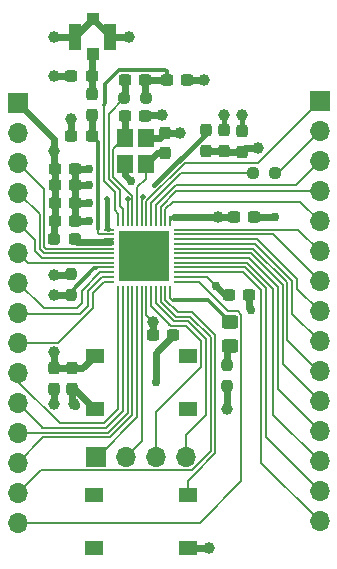
<source format=gbr>
%TF.GenerationSoftware,KiCad,Pcbnew,(6.0.4)*%
%TF.CreationDate,2022-06-13T20:22:48+02:00*%
%TF.ProjectId,Stamp,5374616d-702e-46b6-9963-61645f706362,rev?*%
%TF.SameCoordinates,Original*%
%TF.FileFunction,Copper,L1,Top*%
%TF.FilePolarity,Positive*%
%FSLAX46Y46*%
G04 Gerber Fmt 4.6, Leading zero omitted, Abs format (unit mm)*
G04 Created by KiCad (PCBNEW (6.0.4)) date 2022-06-13 20:22:48*
%MOMM*%
%LPD*%
G01*
G04 APERTURE LIST*
G04 Aperture macros list*
%AMRoundRect*
0 Rectangle with rounded corners*
0 $1 Rounding radius*
0 $2 $3 $4 $5 $6 $7 $8 $9 X,Y pos of 4 corners*
0 Add a 4 corners polygon primitive as box body*
4,1,4,$2,$3,$4,$5,$6,$7,$8,$9,$2,$3,0*
0 Add four circle primitives for the rounded corners*
1,1,$1+$1,$2,$3*
1,1,$1+$1,$4,$5*
1,1,$1+$1,$6,$7*
1,1,$1+$1,$8,$9*
0 Add four rect primitives between the rounded corners*
20,1,$1+$1,$2,$3,$4,$5,0*
20,1,$1+$1,$4,$5,$6,$7,0*
20,1,$1+$1,$6,$7,$8,$9,0*
20,1,$1+$1,$8,$9,$2,$3,0*%
G04 Aperture macros list end*
%TA.AperFunction,SMDPad,CuDef*%
%ADD10RoundRect,0.237500X0.237500X-0.250000X0.237500X0.250000X-0.237500X0.250000X-0.237500X-0.250000X0*%
%TD*%
%TA.AperFunction,SMDPad,CuDef*%
%ADD11RoundRect,0.237500X0.300000X0.237500X-0.300000X0.237500X-0.300000X-0.237500X0.300000X-0.237500X0*%
%TD*%
%TA.AperFunction,SMDPad,CuDef*%
%ADD12RoundRect,0.237500X0.237500X-0.300000X0.237500X0.300000X-0.237500X0.300000X-0.237500X-0.300000X0*%
%TD*%
%TA.AperFunction,SMDPad,CuDef*%
%ADD13R,1.550000X1.300000*%
%TD*%
%TA.AperFunction,ComponentPad*%
%ADD14R,1.700000X1.700000*%
%TD*%
%TA.AperFunction,ComponentPad*%
%ADD15O,1.700000X1.700000*%
%TD*%
%TA.AperFunction,SMDPad,CuDef*%
%ADD16RoundRect,0.237500X-0.237500X0.250000X-0.237500X-0.250000X0.237500X-0.250000X0.237500X0.250000X0*%
%TD*%
%TA.AperFunction,SMDPad,CuDef*%
%ADD17RoundRect,0.237500X0.250000X0.237500X-0.250000X0.237500X-0.250000X-0.237500X0.250000X-0.237500X0*%
%TD*%
%TA.AperFunction,SMDPad,CuDef*%
%ADD18RoundRect,0.237500X-0.300000X-0.237500X0.300000X-0.237500X0.300000X0.237500X-0.300000X0.237500X0*%
%TD*%
%TA.AperFunction,SMDPad,CuDef*%
%ADD19RoundRect,0.237500X-0.287500X-0.237500X0.287500X-0.237500X0.287500X0.237500X-0.287500X0.237500X0*%
%TD*%
%TA.AperFunction,SMDPad,CuDef*%
%ADD20RoundRect,0.250000X0.450000X-0.325000X0.450000X0.325000X-0.450000X0.325000X-0.450000X-0.325000X0*%
%TD*%
%TA.AperFunction,SMDPad,CuDef*%
%ADD21RoundRect,0.237500X-0.237500X0.300000X-0.237500X-0.300000X0.237500X-0.300000X0.237500X0.300000X0*%
%TD*%
%TA.AperFunction,SMDPad,CuDef*%
%ADD22R,1.000000X1.000000*%
%TD*%
%TA.AperFunction,SMDPad,CuDef*%
%ADD23R,1.050000X2.200000*%
%TD*%
%TA.AperFunction,SMDPad,CuDef*%
%ADD24R,1.350000X1.650000*%
%TD*%
%TA.AperFunction,SMDPad,CuDef*%
%ADD25RoundRect,0.237500X-0.237500X0.287500X-0.237500X-0.287500X0.237500X-0.287500X0.237500X0.287500X0*%
%TD*%
%TA.AperFunction,SMDPad,CuDef*%
%ADD26RoundRect,0.050000X-0.375000X-0.050000X0.375000X-0.050000X0.375000X0.050000X-0.375000X0.050000X0*%
%TD*%
%TA.AperFunction,SMDPad,CuDef*%
%ADD27RoundRect,0.050000X-0.050000X-0.375000X0.050000X-0.375000X0.050000X0.375000X-0.050000X0.375000X0*%
%TD*%
%TA.AperFunction,SMDPad,CuDef*%
%ADD28R,4.200000X4.200000*%
%TD*%
%TA.AperFunction,ViaPad*%
%ADD29C,1.000000*%
%TD*%
%TA.AperFunction,ViaPad*%
%ADD30C,0.750000*%
%TD*%
%TA.AperFunction,ViaPad*%
%ADD31C,0.500000*%
%TD*%
%TA.AperFunction,Conductor*%
%ADD32C,0.600000*%
%TD*%
%TA.AperFunction,Conductor*%
%ADD33C,0.400000*%
%TD*%
%TA.AperFunction,Conductor*%
%ADD34C,0.200000*%
%TD*%
%TA.AperFunction,Conductor*%
%ADD35C,0.350000*%
%TD*%
%TA.AperFunction,Conductor*%
%ADD36C,0.300000*%
%TD*%
G04 APERTURE END LIST*
D10*
%TO.P,R4,1*%
%TO.N,GND*%
X100076000Y-125730000D03*
%TO.P,R4,2*%
%TO.N,Net-(D1-Pad1)*%
X100076000Y-123905000D03*
%TD*%
D11*
%TO.P,C1,1*%
%TO.N,GND*%
X87235000Y-107315000D03*
%TO.P,C1,2*%
%TO.N,+3V3*%
X85510000Y-107315000D03*
%TD*%
D12*
%TO.P,C9,1*%
%TO.N,GND*%
X86995000Y-125931000D03*
%TO.P,C9,2*%
%TO.N,Net-(C11-Pad2)*%
X86995000Y-124206000D03*
%TD*%
D13*
%TO.P,SW1,1,1*%
%TO.N,GND*%
X88900000Y-127635000D03*
X96850000Y-127635000D03*
%TO.P,SW1,2,2*%
%TO.N,Net-(C11-Pad2)*%
X96850000Y-123135000D03*
X88900000Y-123135000D03*
%TD*%
D14*
%TO.P,J4,1,Pin_1*%
%TO.N,GPIO21*%
X107950000Y-101605000D03*
D15*
%TO.P,J4,2,Pin_2*%
%TO.N,U0TXD*%
X107950000Y-104145000D03*
%TO.P,J4,3,Pin_3*%
%TO.N,U0RXD*%
X107950000Y-106685000D03*
%TO.P,J4,4,Pin_4*%
%TO.N,GPIO22*%
X107950000Y-109225000D03*
%TO.P,J4,5,Pin_5*%
%TO.N,GPIO19*%
X107950000Y-111765000D03*
%TO.P,J4,6,Pin_6*%
%TO.N,GPIO23*%
X107950000Y-114305000D03*
%TO.P,J4,7,Pin_7*%
%TO.N,GPIO18*%
X107950000Y-116845000D03*
%TO.P,J4,8,Pin_8*%
%TO.N,GPIO5*%
X107950000Y-119385000D03*
%TO.P,J4,9,Pin_9*%
%TO.N,SD_DATA1*%
X107950000Y-121925000D03*
%TO.P,J4,10,Pin_10*%
%TO.N,SD_DATA0*%
X107950000Y-124465000D03*
%TO.P,J4,11,Pin_11*%
%TO.N,SD_CLK*%
X107950000Y-127005000D03*
%TO.P,J4,12,Pin_12*%
%TO.N,SD_CMD*%
X107950000Y-129545000D03*
%TO.P,J4,13,Pin_13*%
%TO.N,SD_DATA3*%
X107950000Y-132085000D03*
%TO.P,J4,14,Pin_14*%
%TO.N,SD_DATA2*%
X107950000Y-134625000D03*
%TO.P,J4,15,Pin_15*%
%TO.N,GPIO17*%
X107950000Y-137165000D03*
%TD*%
D13*
%TO.P,SW2,1,1*%
%TO.N,Net-(SW2-Pad1)*%
X88862000Y-134910000D03*
X96812000Y-134910000D03*
%TO.P,SW2,2,2*%
%TO.N,GND*%
X96812000Y-139410000D03*
X88862000Y-139410000D03*
%TD*%
D16*
%TO.P,R1,1*%
%TO.N,+3V3*%
X86868000Y-116205000D03*
%TO.P,R1,2*%
%TO.N,Net-(C11-Pad2)*%
X86868000Y-118030000D03*
%TD*%
D17*
%TO.P,R3,1*%
%TO.N,U0TXD*%
X104163500Y-107696000D03*
%TO.P,R3,2*%
%TO.N,Net-(R3-Pad2)*%
X102338500Y-107696000D03*
%TD*%
D18*
%TO.P,C7,1*%
%TO.N,GND*%
X86921000Y-104521000D03*
%TO.P,C7,2*%
%TO.N,Net-(C7-Pad2)*%
X88646000Y-104521000D03*
%TD*%
D11*
%TO.P,C5,1*%
%TO.N,GND*%
X87235000Y-110236000D03*
%TO.P,C5,2*%
%TO.N,+3V3*%
X85510000Y-110236000D03*
%TD*%
%TO.P,C15,1*%
%TO.N,GND*%
X95578000Y-121412000D03*
%TO.P,C15,2*%
%TO.N,+3V3*%
X93853000Y-121412000D03*
%TD*%
D18*
%TO.P,C4,1*%
%TO.N,GND*%
X86921000Y-99441000D03*
%TO.P,C4,2*%
%TO.N,unconnected-(C4-Pad2)*%
X88646000Y-99441000D03*
%TD*%
D19*
%TO.P,L2,1,1*%
%TO.N,+3V3*%
X85471000Y-113284000D03*
%TO.P,L2,2,2*%
%TO.N,Net-(L2-Pad2)*%
X87221000Y-113284000D03*
%TD*%
D14*
%TO.P,J2,1,Pin_1*%
%TO.N,MTMS*%
X89037000Y-131699000D03*
D15*
%TO.P,J2,2,Pin_2*%
%TO.N,MTDI*%
X91577000Y-131699000D03*
%TO.P,J2,3,Pin_3*%
%TO.N,MTCK*%
X94117000Y-131699000D03*
%TO.P,J2,4,Pin_4*%
%TO.N,MTDO*%
X96657000Y-131699000D03*
%TD*%
D20*
%TO.P,D1,1,K*%
%TO.N,Net-(D1-Pad1)*%
X100330000Y-122319000D03*
%TO.P,D1,2,A*%
%TO.N,Net-(D1-Pad2)*%
X100330000Y-120269000D03*
%TD*%
D21*
%TO.P,C6,1*%
%TO.N,GND*%
X94869000Y-104267000D03*
%TO.P,C6,2*%
%TO.N,Net-(C6-Pad2)*%
X94869000Y-105992000D03*
%TD*%
D11*
%TO.P,C3,1*%
%TO.N,GND*%
X87235000Y-108712000D03*
%TO.P,C3,2*%
%TO.N,+3V3*%
X85510000Y-108712000D03*
%TD*%
D12*
%TO.P,C11,1*%
%TO.N,GND*%
X85471000Y-125931000D03*
%TO.P,C11,2*%
%TO.N,Net-(C11-Pad2)*%
X85471000Y-124206000D03*
%TD*%
D18*
%TO.P,C17,1*%
%TO.N,+3V3*%
X100256000Y-117983000D03*
%TO.P,C17,2*%
%TO.N,GND*%
X101981000Y-117983000D03*
%TD*%
D21*
%TO.P,C8,1*%
%TO.N,GND*%
X99822000Y-104066000D03*
%TO.P,C8,2*%
%TO.N,+3V3*%
X99822000Y-105791000D03*
%TD*%
D22*
%TO.P,J1,1,In*%
%TO.N,unconnected-(C4-Pad2)*%
X88724000Y-97639000D03*
D23*
%TO.P,J1,2,Ext*%
%TO.N,GND*%
X90199000Y-96139000D03*
X87249000Y-96139000D03*
D22*
X88724000Y-94639000D03*
%TD*%
D17*
%TO.P,R2,1*%
%TO.N,Net-(C13-Pad2)*%
X93241500Y-101346000D03*
%TO.P,R2,2*%
%TO.N,Net-(C14-Pad2)*%
X91416500Y-101346000D03*
%TD*%
D24*
%TO.P,X1,1,EN*%
%TO.N,Net-(C2-Pad2)*%
X91468000Y-104684000D03*
%TO.P,X1,2,GND*%
%TO.N,GND*%
X91468000Y-106934000D03*
%TO.P,X1,3,OUT*%
%TO.N,Net-(C6-Pad2)*%
X93218000Y-106934000D03*
%TO.P,X1,4,Vdd*%
%TO.N,GND*%
X93218000Y-104684000D03*
%TD*%
D11*
%TO.P,C13,1*%
%TO.N,GND*%
X96721000Y-99822000D03*
%TO.P,C13,2*%
%TO.N,Net-(C13-Pad2)*%
X94996000Y-99822000D03*
%TD*%
%TO.P,C16,1*%
%TO.N,GND*%
X102436000Y-111379000D03*
%TO.P,C16,2*%
%TO.N,+3V3*%
X100711000Y-111379000D03*
%TD*%
D25*
%TO.P,L3,1,1*%
%TO.N,Net-(L3-Pad1)*%
X98298000Y-104041000D03*
%TO.P,L3,2,2*%
%TO.N,+3V3*%
X98298000Y-105791000D03*
%TD*%
D21*
%TO.P,C12,1*%
%TO.N,GND*%
X101346000Y-104140000D03*
%TO.P,C12,2*%
%TO.N,+3V3*%
X101346000Y-105865000D03*
%TD*%
D14*
%TO.P,J3,1,Pin_1*%
%TO.N,+3V3*%
X82423000Y-101727000D03*
D15*
%TO.P,J3,2,Pin_2*%
%TO.N,GND*%
X82423000Y-104267000D03*
%TO.P,J3,3,Pin_3*%
%TO.N,SENSOR_VP*%
X82423000Y-106807000D03*
%TO.P,J3,4,Pin_4*%
%TO.N,SENSOR_CAPP*%
X82423000Y-109347000D03*
%TO.P,J3,5,Pin_5*%
%TO.N,SENSOR_CAPN*%
X82423000Y-111887000D03*
%TO.P,J3,6,Pin_6*%
%TO.N,SENSOR_VN*%
X82423000Y-114427000D03*
%TO.P,J3,7,Pin_7*%
%TO.N,VDET_1*%
X82423000Y-116967000D03*
%TO.P,J3,8,Pin_8*%
%TO.N,VDET_2*%
X82423000Y-119507000D03*
%TO.P,J3,9,Pin_9*%
%TO.N,32K_XP*%
X82423000Y-122047000D03*
%TO.P,J3,10,Pin_10*%
%TO.N,32K_XN*%
X82423000Y-124587000D03*
%TO.P,J3,11,Pin_11*%
%TO.N,GPIO25*%
X82423000Y-127127000D03*
%TO.P,J3,12,Pin_12*%
%TO.N,GPIO26*%
X82423000Y-129667000D03*
%TO.P,J3,13,Pin_13*%
%TO.N,GPIO27*%
X82423000Y-132207000D03*
%TO.P,J3,14,Pin_14*%
%TO.N,GPIO2*%
X82423000Y-134747000D03*
%TO.P,J3,15,Pin_15*%
%TO.N,GPIO16*%
X82423000Y-137287000D03*
%TD*%
D26*
%TO.P,U1,1,VDDA*%
%TO.N,Net-(L3-Pad1)*%
X90141000Y-112481000D03*
%TO.P,U1,2,LNA_IN*%
%TO.N,Net-(C7-Pad2)*%
X90141000Y-112881000D03*
%TO.P,U1,3,VDDA3P3*%
%TO.N,Net-(L2-Pad2)*%
X90141000Y-113281000D03*
%TO.P,U1,4,VDDA3P3*%
X90141000Y-113681000D03*
%TO.P,U1,5,SENSOR_VP(GPI36/ADC1:0/RTC0)*%
%TO.N,SENSOR_VP*%
X90141000Y-114081000D03*
%TO.P,U1,6,SENSOR_CAPP(GPI37/ADC1:1/RTC1)*%
%TO.N,SENSOR_CAPP*%
X90141000Y-114481000D03*
%TO.P,U1,7,SENSOR_CAPN(GPI38/ADC1:2/RTC2)*%
%TO.N,SENSOR_CAPN*%
X90141000Y-114881000D03*
%TO.P,U1,8,SENSOR_VN(GPI39/ADC1:3/RTC3)*%
%TO.N,SENSOR_VN*%
X90141000Y-115281000D03*
%TO.P,U1,9,CHIP_PU*%
%TO.N,Net-(C11-Pad2)*%
X90141000Y-115681000D03*
%TO.P,U1,10,VDET_1(GPI34/ADC1:6)*%
%TO.N,VDET_1*%
X90141000Y-116081000D03*
%TO.P,U1,11,VDET_2(GPI35/ADC1:7)*%
%TO.N,VDET_2*%
X90141000Y-116481000D03*
%TO.P,U1,12,32K_XP(GPIO32/ADC1:4/TOUCH9/RTC9)*%
%TO.N,32K_XP*%
X90141000Y-116881000D03*
D27*
%TO.P,U1,13,32K_XN(GPIO33/ADC1:5/TOUCH8/RTC8)*%
%TO.N,32K_XN*%
X90891000Y-117631000D03*
%TO.P,U1,14,(DAC1/ADC2:8/RTC6)GPIO25*%
%TO.N,GPIO25*%
X91291000Y-117631000D03*
%TO.P,U1,15,(DAC2/ADC2:9/RTC7)GPIO26*%
%TO.N,GPIO26*%
X91691000Y-117631000D03*
%TO.P,U1,16,(ADC2:7/TOUCH7/RTC17)GPIO27*%
%TO.N,GPIO27*%
X92091000Y-117631000D03*
%TO.P,U1,17,(GPIO14/ADC2:6/TOUCH6/RTC16/SPICLK)MTMS*%
%TO.N,MTMS*%
X92491000Y-117631000D03*
%TO.P,U1,18,(GPIO12/ADC2:5/TOUCH5/RTC15/SPIQ)MTDI*%
%TO.N,MTDI*%
X92891000Y-117631000D03*
%TO.P,U1,19,VDD3P3_RTC*%
%TO.N,+3V3*%
X93291000Y-117631000D03*
%TO.P,U1,20,(GPIO13/ADC2:4/TOUCH4/RTC14/SPID/U0CTS)MTCK*%
%TO.N,MTCK*%
X93691000Y-117631000D03*
%TO.P,U1,21,(GPIO15/ADC2:3/TOUCH3/RTC13/SPICSO/U0RTS)MTDO*%
%TO.N,MTDO*%
X94091000Y-117631000D03*
%TO.P,U1,22,(ADC2:2/TOUCH2/RTC12/SPIWP)GPIO2*%
%TO.N,GPIO2*%
X94491000Y-117631000D03*
%TO.P,U1,23,(ADC2:1/TOUCH1/RTC11/CLK_OUT1)GPIO0*%
%TO.N,Net-(SW2-Pad1)*%
X94891000Y-117631000D03*
%TO.P,U1,24,(ADC2:0/TOUCH0/RTC10/SPIHD)GPIO4*%
%TO.N,Net-(D1-Pad2)*%
X95291000Y-117631000D03*
D26*
%TO.P,U1,25,(HS1_DATA4)GPIO16*%
%TO.N,GPIO16*%
X96041000Y-116881000D03*
%TO.P,U1,26,VDD3P3_SDIO*%
%TO.N,+3V3*%
X96041000Y-116481000D03*
%TO.P,U1,27,(HS1_DATA5)GPIO17*%
%TO.N,GPIO17*%
X96041000Y-116081000D03*
%TO.P,U1,28,(GPIO9/SPIHD/HS1_DATA2/U1RX)SD_DATA2*%
%TO.N,SD_DATA2*%
X96041000Y-115681000D03*
%TO.P,U1,29,(GPIO10/SPIWP/HS1_DATA3/U1TX)SD_DATA3*%
%TO.N,SD_DATA3*%
X96041000Y-115281000D03*
%TO.P,U1,30,(GPIO11/SPICSO/HS1_CMD/U1RTS)SD_CMD*%
%TO.N,SD_CMD*%
X96041000Y-114881000D03*
%TO.P,U1,31,(GPIO6/SPICLK/HS1_CLK/U1CTS)SD_CLK*%
%TO.N,SD_CLK*%
X96041000Y-114481000D03*
%TO.P,U1,32,(GPIO7/SPI1/HS1_DATA0)SD_DATA0*%
%TO.N,SD_DATA0*%
X96041000Y-114081000D03*
%TO.P,U1,33,(GPIO8/SPID/HS1_DATA1)SD_DATA1*%
%TO.N,SD_DATA1*%
X96041000Y-113681000D03*
%TO.P,U1,34,(VSPICS0/HS1_DATA6)GPIO5*%
%TO.N,GPIO5*%
X96041000Y-113281000D03*
%TO.P,U1,35,(VSPICLK/HS1_DATA7)GPIO18*%
%TO.N,GPIO18*%
X96041000Y-112881000D03*
%TO.P,U1,36,GPIO23*%
%TO.N,GPIO23*%
X96041000Y-112481000D03*
D27*
%TO.P,U1,37,VDD3P3_CPU*%
%TO.N,+3V3*%
X95291000Y-111731000D03*
%TO.P,U1,38,(VSPIQ/HS2_DATA2)GPIO19*%
%TO.N,GPIO19*%
X94891000Y-111731000D03*
%TO.P,U1,39,(VSPIWP/HS2_CLK)GPIO22*%
%TO.N,GPIO22*%
X94491000Y-111731000D03*
%TO.P,U1,40,(GPIO3/CLK_OUT2/HS2_DATA0)U0RXD*%
%TO.N,U0RXD*%
X94091000Y-111731000D03*
%TO.P,U1,41,(GPIO1/CLK_OUT3/HS2_DATA1)U0TXD*%
%TO.N,Net-(R3-Pad2)*%
X93691000Y-111731000D03*
%TO.P,U1,42,(VSPIHD/HS2_CMD)GPIO21*%
%TO.N,GPIO21*%
X93291000Y-111731000D03*
%TO.P,U1,43,VDDA*%
%TO.N,Net-(L3-Pad1)*%
X92891000Y-111731000D03*
%TO.P,U1,44,XTAL_N*%
%TO.N,Net-(C6-Pad2)*%
X92491000Y-111731000D03*
%TO.P,U1,45,XTAL_P*%
%TO.N,Net-(C2-Pad2)*%
X92091000Y-111731000D03*
%TO.P,U1,46,VDDA*%
%TO.N,Net-(L3-Pad1)*%
X91691000Y-111731000D03*
%TO.P,U1,47,CAP2*%
%TO.N,Net-(C14-Pad2)*%
X91291000Y-111731000D03*
%TO.P,U1,48,CAP1*%
%TO.N,Net-(C13-Pad2)*%
X90891000Y-111731000D03*
D28*
%TO.P,U1,49,GND*%
%TO.N,GND*%
X93091000Y-114681000D03*
%TD*%
D11*
%TO.P,C10,1*%
%TO.N,GND*%
X87235000Y-111760000D03*
%TO.P,C10,2*%
%TO.N,+3V3*%
X85510000Y-111760000D03*
%TD*%
%TO.P,C14,1*%
%TO.N,Net-(C13-Pad2)*%
X93165000Y-99822000D03*
%TO.P,C14,2*%
%TO.N,Net-(C14-Pad2)*%
X91440000Y-99822000D03*
%TD*%
D25*
%TO.P,L1,1,1*%
%TO.N,unconnected-(C4-Pad2)*%
X88646000Y-100979000D03*
%TO.P,L1,2,2*%
%TO.N,Net-(C7-Pad2)*%
X88646000Y-102729000D03*
%TD*%
D11*
%TO.P,C2,1*%
%TO.N,GND*%
X93165000Y-102870000D03*
%TO.P,C2,2*%
%TO.N,Net-(C2-Pad2)*%
X91440000Y-102870000D03*
%TD*%
D29*
%TO.N,GND*%
X98171000Y-99822000D03*
D30*
X94107000Y-125349000D03*
X88392000Y-107315000D03*
X104140000Y-111379000D03*
D29*
X100076000Y-127635000D03*
X87122000Y-127254000D03*
X101346000Y-102743000D03*
D30*
X88392000Y-108712000D03*
D29*
X85471000Y-99441000D03*
X94615000Y-102743000D03*
X91821000Y-96139000D03*
X99822000Y-102743000D03*
D30*
X102108000Y-119253000D03*
D29*
X91948000Y-113665000D03*
D30*
X88392000Y-111760000D03*
D29*
X94234000Y-113665000D03*
X85471000Y-96139000D03*
X96139000Y-104267000D03*
D30*
X91948000Y-108331000D03*
D29*
X85471000Y-127254000D03*
X94234000Y-115951000D03*
X91948000Y-115951000D03*
X98552000Y-139446000D03*
X86868000Y-103124000D03*
D30*
X88392000Y-110236000D03*
D29*
%TO.N,+3V3*%
X99314000Y-111379000D03*
X85471000Y-105791000D03*
X102743000Y-105537000D03*
X93853000Y-120269000D03*
D30*
X99187000Y-117221000D03*
D29*
X85471000Y-116332000D03*
%TO.N,Net-(C11-Pad2)*%
X85471000Y-117983000D03*
X85471000Y-122809000D03*
D31*
%TO.N,Net-(L3-Pad1)*%
X93980000Y-108712000D03*
X92964000Y-109728000D03*
X89916000Y-109855000D03*
X91694000Y-109855000D03*
%TD*%
D32*
%TO.N,GND*%
X96848000Y-139446000D02*
X96812000Y-139410000D01*
X93218000Y-104684000D02*
X94452000Y-104684000D01*
X87235000Y-110236000D02*
X88392000Y-110236000D01*
X85471000Y-125931000D02*
X85471000Y-127254000D01*
X94615000Y-102743000D02*
X93292000Y-102743000D01*
X86921000Y-99441000D02*
X85471000Y-99441000D01*
X87235000Y-107315000D02*
X88392000Y-107315000D01*
X93292000Y-102743000D02*
X93165000Y-102870000D01*
X90199000Y-96139000D02*
X90199000Y-96114000D01*
X94107000Y-122883000D02*
X94107000Y-125349000D01*
X93091000Y-102796000D02*
X93165000Y-102870000D01*
X104140000Y-111379000D02*
X102436000Y-111379000D01*
X86995000Y-127127000D02*
X87122000Y-127254000D01*
X87304000Y-127436000D02*
X87122000Y-127254000D01*
X86921000Y-103177000D02*
X86868000Y-103124000D01*
X87235000Y-108712000D02*
X87235000Y-107315000D01*
X98171000Y-99822000D02*
X96721000Y-99822000D01*
X87249000Y-96114000D02*
X88724000Y-94639000D01*
X87196000Y-125931000D02*
X88900000Y-127635000D01*
D33*
X99822000Y-104066000D02*
X99822000Y-102743000D01*
D32*
X87235000Y-110236000D02*
X87235000Y-108712000D01*
X90199000Y-96114000D02*
X88724000Y-94639000D01*
X101981000Y-117983000D02*
X101981000Y-119126000D01*
X87249000Y-96139000D02*
X85471000Y-96139000D01*
X87235000Y-108712000D02*
X88392000Y-108712000D01*
X100076000Y-125730000D02*
X100076000Y-127635000D01*
X86921000Y-104521000D02*
X86921000Y-103177000D01*
X91468000Y-107851000D02*
X91948000Y-108331000D01*
X96139000Y-104267000D02*
X94869000Y-104267000D01*
D33*
X101346000Y-104140000D02*
X101346000Y-102743000D01*
D32*
X91468000Y-106934000D02*
X91468000Y-107851000D01*
X94452000Y-104684000D02*
X94869000Y-104267000D01*
X86995000Y-125931000D02*
X86995000Y-127127000D01*
X95578000Y-121412000D02*
X94107000Y-122883000D01*
X98552000Y-139446000D02*
X96848000Y-139446000D01*
X87235000Y-111760000D02*
X88392000Y-111760000D01*
X90199000Y-96139000D02*
X91821000Y-96139000D01*
X87249000Y-96139000D02*
X87249000Y-96114000D01*
X87235000Y-111760000D02*
X87235000Y-110236000D01*
X86995000Y-125931000D02*
X87196000Y-125931000D01*
X101981000Y-119126000D02*
X102108000Y-119253000D01*
%TO.N,+3V3*%
X99822000Y-105791000D02*
X98298000Y-105791000D01*
D34*
X93291000Y-119707000D02*
X93853000Y-120269000D01*
D32*
X99314000Y-111379000D02*
X95631000Y-111379000D01*
X85471000Y-111799000D02*
X85510000Y-111760000D01*
X100711000Y-111379000D02*
X99314000Y-111379000D01*
D34*
X96041000Y-116481000D02*
X98447000Y-116481000D01*
X95291000Y-111731000D02*
X95291000Y-111719000D01*
D32*
X101674000Y-105537000D02*
X101346000Y-105865000D01*
X85471000Y-107276000D02*
X85510000Y-107315000D01*
X85471000Y-104775000D02*
X82423000Y-101727000D01*
X85510000Y-110236000D02*
X85510000Y-108712000D01*
X99949000Y-117983000D02*
X99187000Y-117221000D01*
X102743000Y-105537000D02*
X101674000Y-105537000D01*
D34*
X93291000Y-117631000D02*
X93291000Y-119707000D01*
D32*
X85510000Y-111760000D02*
X85510000Y-110236000D01*
X85471000Y-116332000D02*
X86741000Y-116332000D01*
X93853000Y-121412000D02*
X93853000Y-120269000D01*
D34*
X95291000Y-111719000D02*
X95631000Y-111379000D01*
D32*
X85471000Y-105791000D02*
X85471000Y-104775000D01*
X85471000Y-113284000D02*
X85471000Y-111799000D01*
X86741000Y-116332000D02*
X86868000Y-116205000D01*
X101346000Y-105865000D02*
X99896000Y-105865000D01*
X85510000Y-108712000D02*
X85510000Y-107315000D01*
X85471000Y-105791000D02*
X85471000Y-107276000D01*
X99896000Y-105865000D02*
X99822000Y-105791000D01*
D34*
X98447000Y-116481000D02*
X99187000Y-117221000D01*
D32*
X100256000Y-117983000D02*
X99949000Y-117983000D01*
D34*
%TO.N,Net-(C2-Pad2)*%
X92091000Y-111731000D02*
X92091000Y-109656022D01*
X90493489Y-105658511D02*
X91468000Y-104684000D01*
D32*
X91440000Y-104656000D02*
X91468000Y-104684000D01*
X91440000Y-102870000D02*
X91440000Y-104656000D01*
D34*
X90493489Y-108058511D02*
X90493489Y-105658511D01*
X92091000Y-109656022D02*
X90493489Y-108058511D01*
D32*
%TO.N,unconnected-(C4-Pad2)*%
X88646000Y-99441000D02*
X88646000Y-97717000D01*
X88646000Y-101120000D02*
X88646000Y-99441000D01*
X88646000Y-97717000D02*
X88724000Y-97639000D01*
D34*
%TO.N,Net-(C6-Pad2)*%
X92491000Y-108899022D02*
X93218000Y-108172022D01*
X93218000Y-108172022D02*
X93218000Y-106934000D01*
D32*
X94869000Y-105992000D02*
X94160000Y-105992000D01*
X94160000Y-105992000D02*
X93218000Y-106934000D01*
D34*
X92491000Y-111731000D02*
X92491000Y-108899022D01*
D35*
%TO.N,Net-(C7-Pad2)*%
X89154000Y-105029000D02*
X88646000Y-104521000D01*
X89154000Y-112395000D02*
X89154000Y-105029000D01*
D32*
X88646000Y-104521000D02*
X88646000Y-102870000D01*
D34*
X89303000Y-112881000D02*
X89154000Y-112732000D01*
X89154000Y-112732000D02*
X89154000Y-112395000D01*
X90141000Y-112881000D02*
X89303000Y-112881000D01*
D32*
X88646000Y-104521000D02*
X88519000Y-104648000D01*
D34*
X89154000Y-112395000D02*
X89154000Y-112268000D01*
D32*
%TO.N,Net-(C11-Pad2)*%
X85471000Y-122809000D02*
X85471000Y-124206000D01*
X86821000Y-117983000D02*
X86868000Y-118030000D01*
D34*
X90141000Y-115681000D02*
X88916000Y-115681000D01*
D32*
X85471000Y-117983000D02*
X86821000Y-117983000D01*
D34*
X88916000Y-115681000D02*
X88866480Y-115730520D01*
D32*
X87829000Y-124206000D02*
X88900000Y-123135000D01*
D36*
X86868000Y-118030000D02*
X86868000Y-117729000D01*
X88866480Y-115730520D02*
X89027000Y-115730520D01*
D32*
X85471000Y-124206000D02*
X86995000Y-124206000D01*
D36*
X86868000Y-117729000D02*
X88866480Y-115730520D01*
D32*
X86995000Y-124206000D02*
X87829000Y-124206000D01*
%TO.N,Net-(C13-Pad2)*%
X93165000Y-101269500D02*
X93241500Y-101346000D01*
D36*
X89694451Y-101886451D02*
X89789000Y-101791902D01*
X94996000Y-99060000D02*
X94996000Y-99822000D01*
D34*
X89694451Y-102753583D02*
X89694451Y-101886451D01*
D36*
X89789000Y-100105329D02*
X90961329Y-98933000D01*
X94869000Y-98933000D02*
X94996000Y-99060000D01*
D34*
X89694450Y-108389484D02*
X89694451Y-102753583D01*
D36*
X90961329Y-98933000D02*
X94869000Y-98933000D01*
D32*
X93165000Y-99822000D02*
X94996000Y-99822000D01*
D34*
X90891000Y-111125480D02*
X90611466Y-110845946D01*
X90891000Y-111731000D02*
X90891000Y-111125480D01*
X90611466Y-109306500D02*
X89694450Y-108389484D01*
D32*
X93165000Y-99822000D02*
X93165000Y-101269500D01*
D36*
X89789000Y-101791902D02*
X89789000Y-100105329D01*
D34*
X90611466Y-110845946D02*
X90611466Y-109306500D01*
D32*
%TO.N,Net-(C14-Pad2)*%
X91440000Y-99822000D02*
X91440000Y-101322500D01*
D34*
X90093970Y-108223998D02*
X90093970Y-102668530D01*
X91291000Y-111731000D02*
X91290520Y-111731000D01*
X91291000Y-111731000D02*
X91291000Y-110722000D01*
X91291000Y-110722000D02*
X91010986Y-110441986D01*
X91010986Y-110441986D02*
X91010986Y-109141014D01*
X90093970Y-102668530D02*
X91416500Y-101346000D01*
D32*
X91440000Y-101322500D02*
X91416500Y-101346000D01*
D34*
X91010986Y-109141014D02*
X90093970Y-108223998D01*
%TO.N,Net-(D1-Pad2)*%
X95291000Y-117631000D02*
X95291000Y-118233982D01*
D36*
X98516644Y-118455644D02*
X95583374Y-118455644D01*
X100330000Y-120269000D02*
X98516644Y-118455644D01*
D34*
X95291000Y-118233982D02*
X95548018Y-118491000D01*
%TO.N,MTMS*%
X92491000Y-117631000D02*
X92491000Y-128362000D01*
X89154000Y-131699000D02*
X89037000Y-131699000D01*
X92491000Y-128362000D02*
X89154000Y-131699000D01*
%TO.N,MTDI*%
X92891000Y-130385000D02*
X91577000Y-131699000D01*
X92891000Y-117631000D02*
X92891000Y-130385000D01*
X92891000Y-117631000D02*
X92890520Y-117631480D01*
%TO.N,MTCK*%
X95116840Y-120402160D02*
X95352160Y-120637480D01*
X93691480Y-118976800D02*
X93691481Y-118364000D01*
X97924511Y-124084511D02*
X94117000Y-127892022D01*
X97924511Y-121927511D02*
X97924511Y-124084511D01*
X96634480Y-120637480D02*
X97924511Y-121927511D01*
X95237680Y-120523000D02*
X95116840Y-120402160D01*
X94117000Y-127892022D02*
X94117000Y-131699000D01*
X93691000Y-117631000D02*
X93691000Y-118363519D01*
X93691000Y-117631000D02*
X93690520Y-117631480D01*
X95116840Y-120402160D02*
X93691480Y-118976800D01*
X95352160Y-120637480D02*
X96634480Y-120637480D01*
X93691000Y-118363519D02*
X93691481Y-118364000D01*
%TO.N,MTDO*%
X98324030Y-124249998D02*
X98324030Y-128184992D01*
X98324030Y-128184992D02*
X96657000Y-129852022D01*
X95599960Y-120237960D02*
X96799966Y-120237960D01*
X96799966Y-120237960D02*
X98324031Y-121762025D01*
X94091000Y-117631000D02*
X94091000Y-118729000D01*
X98324031Y-121762025D02*
X98324030Y-124249998D01*
X96657000Y-129852022D02*
X96657000Y-131699000D01*
X94091000Y-118729000D02*
X95599960Y-120237960D01*
D32*
%TO.N,Net-(L2-Pad2)*%
X87418480Y-113481480D02*
X87419440Y-113480520D01*
X87221000Y-113284000D02*
X87418480Y-113481480D01*
X89552290Y-113481480D02*
X90170000Y-113481480D01*
X89551330Y-113480520D02*
X89552290Y-113481480D01*
X87419440Y-113480520D02*
X89551330Y-113480520D01*
D34*
%TO.N,Net-(L3-Pad1)*%
X91691000Y-111731000D02*
X91691480Y-111730520D01*
X92891000Y-111731000D02*
X92891000Y-109801000D01*
D33*
X89916000Y-109855000D02*
X89916000Y-112268000D01*
X98298000Y-104348549D02*
X93957274Y-108689274D01*
D34*
X91691480Y-111730520D02*
X91691480Y-109855000D01*
D33*
X89916000Y-112268000D02*
X90029480Y-112381480D01*
D34*
X92891000Y-109801000D02*
X92964000Y-109728000D01*
D33*
X98298000Y-104041000D02*
X98298000Y-104348549D01*
D34*
%TO.N,U0TXD*%
X104399000Y-107696000D02*
X107950000Y-104145000D01*
X104163500Y-107696000D02*
X104399000Y-107696000D01*
%TO.N,Net-(R3-Pad2)*%
X93691000Y-110226982D02*
X93691000Y-111731000D01*
X102338500Y-107696000D02*
X96221982Y-107696000D01*
X96221982Y-107696000D02*
X93691000Y-110226982D01*
%TO.N,Net-(SW2-Pad1)*%
X94890520Y-117631480D02*
X94891000Y-117631000D01*
X97298630Y-133248031D02*
X96812000Y-133734661D01*
X95930932Y-119438920D02*
X94890520Y-118398508D01*
X97302830Y-133243830D02*
X99123068Y-131423593D01*
X97130939Y-119438921D02*
X95930932Y-119438920D01*
X97302830Y-133243830D02*
X97298630Y-133248030D01*
X96812000Y-133734661D02*
X96812000Y-134910000D01*
X99123068Y-121431050D02*
X97130939Y-119438921D01*
X99123068Y-131423593D02*
X99123068Y-121431050D01*
X94890520Y-118398508D02*
X94890520Y-117631480D01*
X97298630Y-133248031D02*
X97302830Y-133243830D01*
%TO.N,SENSOR_VP*%
X82423000Y-106807000D02*
X84646480Y-109030480D01*
X84757540Y-114081000D02*
X90141000Y-114081000D01*
X84646480Y-113969940D02*
X84757540Y-114081000D01*
X84646480Y-109030480D02*
X84646480Y-113969940D01*
%TO.N,SENSOR_CAPP*%
X84246960Y-114135426D02*
X84246960Y-111170960D01*
X84592053Y-114480519D02*
X84246960Y-114135426D01*
X88997520Y-114480520D02*
X84592053Y-114480519D01*
X84246960Y-111170960D02*
X82423000Y-109347000D01*
X88997520Y-114480520D02*
X90140520Y-114480520D01*
X84592053Y-114480519D02*
X84593014Y-114481480D01*
X84593014Y-114481480D02*
X84593014Y-114480520D01*
X90140520Y-114480520D02*
X90141000Y-114481000D01*
X88998000Y-114481000D02*
X88997520Y-114480520D01*
%TO.N,SENSOR_CAPN*%
X84427528Y-114881000D02*
X90141000Y-114881000D01*
X83847441Y-114300913D02*
X84427528Y-114881000D01*
X82423000Y-111887000D02*
X83847441Y-113311441D01*
X83847441Y-113311441D02*
X83847441Y-114300913D01*
%TO.N,SENSOR_VN*%
X88998000Y-115281000D02*
X88997520Y-115280520D01*
X88997520Y-115280520D02*
X83276520Y-115280520D01*
X88998000Y-115281000D02*
X90141000Y-115281000D01*
X83276520Y-115280520D02*
X82423000Y-114427000D01*
%TO.N,VDET_1*%
X87376000Y-119126000D02*
X84582000Y-119126000D01*
X90141000Y-116081000D02*
X89382006Y-116081000D01*
X87809003Y-118692997D02*
X87376000Y-119126000D01*
X89382006Y-116081000D02*
X87809003Y-117654003D01*
X84582000Y-119126000D02*
X82423000Y-116967000D01*
X87809003Y-117654003D02*
X87809003Y-118692997D01*
%TO.N,VDET_2*%
X90141000Y-116481000D02*
X89547012Y-116481000D01*
X82550000Y-119634000D02*
X82423000Y-119507000D01*
X88345506Y-118918494D02*
X87630000Y-119634000D01*
X88345506Y-117682506D02*
X88345506Y-118918494D01*
X87630000Y-119634000D02*
X82550000Y-119634000D01*
X89547012Y-116481000D02*
X88345506Y-117682506D01*
%TO.N,32K_XP*%
X85782006Y-122047000D02*
X82423000Y-122047000D01*
X88745026Y-119083980D02*
X85782006Y-122047000D01*
X88745026Y-117847992D02*
X88745026Y-119083980D01*
X89712018Y-116881000D02*
X88745026Y-117847992D01*
X90141000Y-116881000D02*
X89712018Y-116881000D01*
%TO.N,32K_XN*%
X90891000Y-117631000D02*
X90891000Y-127676000D01*
X85954280Y-128867960D02*
X82423000Y-125336680D01*
X82423000Y-125336680D02*
X82423000Y-124587000D01*
X90891000Y-127676000D02*
X89699040Y-128867960D01*
X89699040Y-128867960D02*
X85954280Y-128867960D01*
%TO.N,GPIO25*%
X84455000Y-129267480D02*
X84455000Y-129159000D01*
X89864526Y-129267480D02*
X84455000Y-129267480D01*
X84455000Y-129159000D02*
X82423000Y-127127000D01*
X91291000Y-127841006D02*
X91291000Y-117631000D01*
X89864526Y-129267480D02*
X91291000Y-127841006D01*
%TO.N,GPIO26*%
X91691000Y-128006012D02*
X90030012Y-129667000D01*
X90030012Y-129667000D02*
X82423000Y-129667000D01*
X91691000Y-117631000D02*
X91691000Y-128006012D01*
%TO.N,GPIO27*%
X92091000Y-128171018D02*
X90195498Y-130066520D01*
X92091000Y-117631000D02*
X92091000Y-128171018D01*
X84563480Y-130066520D02*
X82423000Y-132207000D01*
X90195498Y-130066520D02*
X84563480Y-130066520D01*
%TO.N,GPIO2*%
X96965452Y-119838440D02*
X98723549Y-121596537D01*
X98723549Y-121596537D02*
X98723549Y-131258106D01*
X98723549Y-131258106D02*
X97133144Y-132848511D01*
X94491000Y-118563994D02*
X95765446Y-119838440D01*
X94491000Y-117631000D02*
X94491000Y-118563994D01*
X84321489Y-132848511D02*
X82423000Y-134747000D01*
X97133144Y-132848511D02*
X84321489Y-132848511D01*
X95765446Y-119838440D02*
X96965452Y-119838440D01*
%TO.N,GPIO16*%
X96041000Y-116881000D02*
X97704000Y-116881000D01*
X100217480Y-119394480D02*
X101007618Y-119394480D01*
X97704000Y-116881000D02*
X100217480Y-119394480D01*
X97790000Y-137287000D02*
X82423000Y-137287000D01*
X101329520Y-133747480D02*
X97790000Y-137287000D01*
X101329520Y-119716382D02*
X101329520Y-133747480D01*
X101007618Y-119394480D02*
X101329520Y-119716382D01*
%TO.N,GPIO17*%
X101476000Y-116081000D02*
X102997000Y-117602000D01*
X102997000Y-132212000D02*
X102997000Y-131318000D01*
X102997000Y-131318000D02*
X102997000Y-117602000D01*
X107950000Y-137165000D02*
X102997000Y-132212000D01*
X96041000Y-116081000D02*
X101476000Y-116081000D01*
%TO.N,SD_DATA2*%
X103396520Y-117436514D02*
X103396520Y-130071520D01*
X96041000Y-115681000D02*
X101641006Y-115681000D01*
X107950000Y-134625000D02*
X103396520Y-130071520D01*
X101641006Y-115681000D02*
X103396520Y-117436514D01*
%TO.N,SD_DATA3*%
X104013000Y-117487988D02*
X104013000Y-128148000D01*
X101806012Y-115281000D02*
X104013000Y-117487988D01*
X96041000Y-115281000D02*
X101806012Y-115281000D01*
X104013000Y-128148000D02*
X107950000Y-132085000D01*
%TO.N,SD_CMD*%
X107950000Y-129545000D02*
X104412520Y-126007520D01*
X104412520Y-126007520D02*
X104412520Y-125748520D01*
X104412520Y-117322502D02*
X104412520Y-125748520D01*
X104412519Y-117322501D02*
X104412520Y-117322502D01*
X101971018Y-114881000D02*
X104412519Y-117322501D01*
X96041000Y-114881000D02*
X101971018Y-114881000D01*
%TO.N,SD_CLK*%
X107950000Y-127005000D02*
X104812040Y-123867040D01*
X104812040Y-117131040D02*
X104812040Y-123787960D01*
X96041480Y-114480520D02*
X102161520Y-114480520D01*
X102161520Y-114480520D02*
X104812040Y-117131040D01*
X104812040Y-123867040D02*
X104812040Y-123787960D01*
X96041000Y-114481000D02*
X96041480Y-114480520D01*
%TO.N,SD_DATA0*%
X107828000Y-124465000D02*
X105211560Y-121848560D01*
X107950000Y-124465000D02*
X107828000Y-124465000D01*
X105211559Y-116965553D02*
X105211560Y-121213560D01*
X102327006Y-114081000D02*
X105156000Y-116909994D01*
X96041000Y-114081000D02*
X102327006Y-114081000D01*
X105156000Y-116909994D02*
X105211559Y-116965553D01*
X105211560Y-121848560D02*
X105211560Y-121213560D01*
%TO.N,SD_DATA1*%
X96040520Y-113680520D02*
X102504520Y-113680520D01*
X107950000Y-121925000D02*
X105611079Y-119586079D01*
X102504520Y-113680520D02*
X105611079Y-116787079D01*
X105611079Y-119586079D02*
X105611079Y-119432921D01*
X105611079Y-116787079D02*
X105611079Y-119432921D01*
X96041000Y-113681000D02*
X96040520Y-113680520D01*
%TO.N,GPIO5*%
X106045000Y-117480000D02*
X107950000Y-119385000D01*
X102670007Y-113281001D02*
X106045000Y-116655994D01*
X96041000Y-113281000D02*
X102670007Y-113281001D01*
X106045000Y-116655994D02*
X106045000Y-117480000D01*
%TO.N,GPIO18*%
X96041000Y-112881000D02*
X103986000Y-112881000D01*
X103986000Y-112881000D02*
X107950000Y-116845000D01*
%TO.N,GPIO23*%
X96041000Y-112481000D02*
X106126000Y-112481000D01*
X106126000Y-112481000D02*
X107950000Y-114305000D01*
%TO.N,GPIO19*%
X95504000Y-110109000D02*
X106294000Y-110109000D01*
X94890520Y-110722480D02*
X95504000Y-110109000D01*
X94890520Y-111730520D02*
X94890520Y-110722480D01*
X106294000Y-110109000D02*
X107950000Y-111765000D01*
X94891000Y-111731000D02*
X94890520Y-111730520D01*
%TO.N,GPIO22*%
X95822994Y-109225000D02*
X107950000Y-109225000D01*
X94491000Y-111731000D02*
X94490520Y-111730520D01*
X94491000Y-111731000D02*
X94491001Y-110556993D01*
X94491001Y-110556993D02*
X95822994Y-109225000D01*
%TO.N,U0RXD*%
X94091000Y-110391988D02*
X95770988Y-108712000D01*
X94091000Y-111731000D02*
X94091000Y-110391988D01*
X105923000Y-108712000D02*
X107950000Y-106685000D01*
X95770988Y-108712000D02*
X105923000Y-108712000D01*
%TO.N,GPIO21*%
X93291000Y-111731000D02*
X93291000Y-110061976D01*
X93291000Y-110061976D02*
X96545976Y-106807000D01*
X96545976Y-106807000D02*
X102748000Y-106807000D01*
X102748000Y-106807000D02*
X107950000Y-101605000D01*
D32*
%TO.N,Net-(D1-Pad1)*%
X100076000Y-123905000D02*
X100076000Y-122573000D01*
X100076000Y-122573000D02*
X100330000Y-122319000D01*
%TD*%
M02*

</source>
